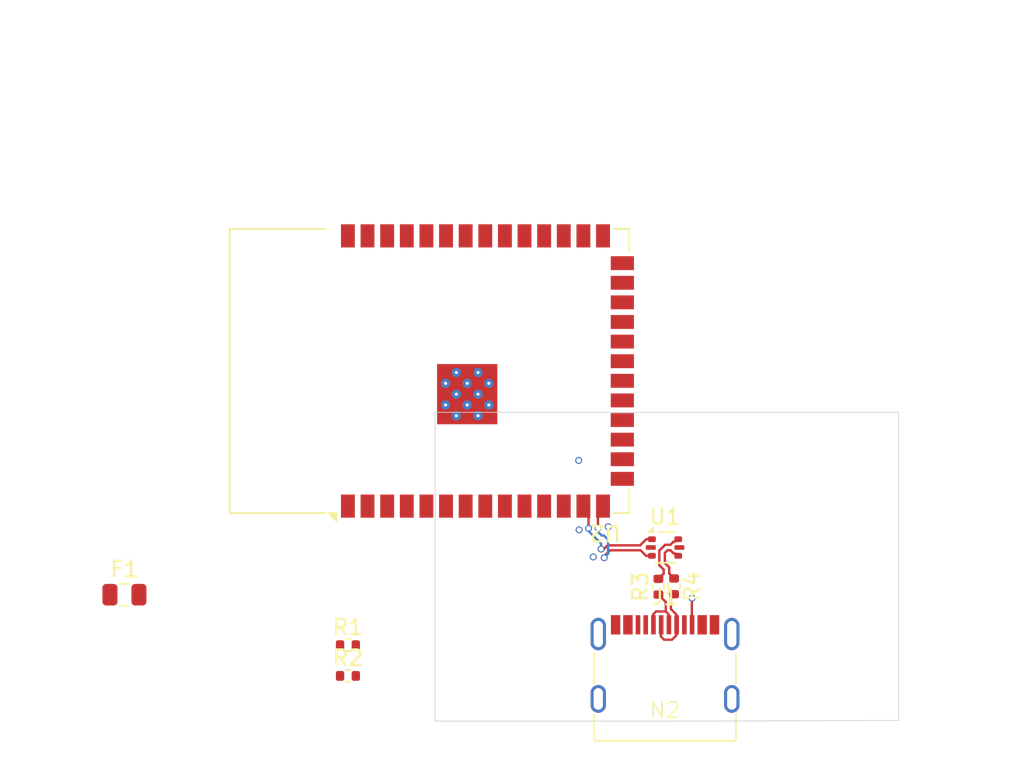
<source format=kicad_pcb>
(kicad_pcb (version 20240108) (generator "pcbnew") (generator_version "8.0")
  (layers (0 "F.Cu" signal) (1 "In1.Cu" signal) (2 "In2.Cu" signal) (31 "B.Cu" signal) (34 "B.Paste" user) (35 "F.Paste" user) (36 "B.SilkS" user "B.Silkscreen") (37 "F.SilkS" user "F.Silkscreen") (38 "B.Mask" user) (39 "F.Mask" user) (44 "Edge.Cuts" user))
  (net 0 "")
  (net 1 "Net-(F1-Pad2)")
  (net 2 "+5V")
  (net 3 "Net-(J1-D+-PadA6)")
  (net 4 "GND")
  (net 5 "Net-(J1-D--PadA7)")
  (net 6 "Net-(J1-CC1)")
  (net 9 "Net-(J1-CC2)")
  (net 10 "USB_D_N")
  (net 11 "USB_D_P")
  (net 12 "/D-")
  (net 13 "/D+")
  (net 15 "Net-(U2-GND-Pad1)")
  (footprint "Resistor_SMD:R_0402_1005Metric" (layer "F.Cu") (at 129.3622 114.427)
    (property "Reference" "R1" (at 0 -1.17 0) (layer "F.SilkS"))
    (property "Value" "5k1")
    (fp_line (start -0.153641 -0.38) (end 0.153641 -0.38) (stroke (width 0.12)) (layer "F.SilkS"))
    (fp_line (start -0.153641 0.38) (end 0.153641 0.38) (stroke (width 0.12)) (layer "F.SilkS"))
    (pad "1" smd roundrect (at -0.51 0) (size 0.54 0.64) (layers "F.Cu" "F.Paste" "F.Mask") (net 4 "GND"))
    (pad "2" smd roundrect (at 0.51 0) (size 0.54 0.64) (layers "F.Cu" "F.Paste" "F.Mask") (net 6 "Net-(J1-CC1)"))
  )
  (footprint "RF_Module:ESP32-S3-WROOM-1" (layer "F.Cu") (at 134.6208 96.6726 90)
    (property "Reference" "U2" (at -10.5 11.4 180) (layer "F.SilkS"))
    (property "Value" "ESP32-S3-WROOM-1")
    (fp_line (start 9.2 -12.9) (end 9.2 -6.7) (stroke (width 0.12)) (layer "F.SilkS"))
    (fp_line (start -9.2 -12.9) (end 9.2 -12.9) (stroke (width 0.12)) (layer "F.SilkS"))
    (fp_line (start -9.2 -12.9) (end -9.2 -6.7) (stroke (width 0.12)) (layer "F.SilkS"))
    (fp_line (start -9.199999 11.95) (end -9.2 12.95) (stroke (width 0.12)) (layer "F.SilkS"))
    (fp_line (start 9.2 12.95) (end 9.199999 11.95) (stroke (width 0.12)) (layer "F.SilkS"))
    (fp_line (start 9.2 12.95) (end 7.7 12.95) (stroke (width 0.12)) (layer "F.SilkS"))
    (fp_line (start -9.2 12.95) (end -7.7 12.95) (stroke (width 0.12)) (layer "F.SilkS"))
    (fp_poly (pts (xy -9.2 -6.025) (xy -9.7 -6.025) (xy -9.2 -6.525) (xy -9.2 -6.025)) (stroke (width 0.12)) (fill solid) (layer "F.SilkS"))
    (pad "1" smd rect (at -8.75 -5.26 90) (size 1.5 0.9) (layers "F.Cu" "F.Paste" "F.Mask") (net 15 "Net-(U2-GND-Pad1)"))
    (pad "2" smd rect (at -8.75 -3.99 90) (size 1.5 0.9) (layers "F.Cu" "F.Paste" "F.Mask"))
    (pad "3" smd rect (at -8.75 -2.72 90) (size 1.5 0.9) (layers "F.Cu" "F.Paste" "F.Mask"))
    (pad "4" smd rect (at -8.75 -1.45 90) (size 1.5 0.9) (layers "F.Cu" "F.Paste" "F.Mask"))
    (pad "5" smd rect (at -8.75 -0.18 90) (size 1.5 0.9) (layers "F.Cu" "F.Paste" "F.Mask"))
    (pad "6" smd rect (at -8.75 1.09 90) (size 1.5 0.9) (layers "F.Cu" "F.Paste" "F.Mask"))
    (pad "7" smd rect (at -8.75 2.36 90) (size 1.5 0.9) (layers "F.Cu" "F.Paste" "F.Mask"))
    (pad "8" smd rect (at -8.75 3.63 90) (size 1.5 0.9) (layers "F.Cu" "F.Paste" "F.Mask"))
    (pad "9" smd rect (at -8.75 4.9 90) (size 1.5 0.9) (layers "F.Cu" "F.Paste" "F.Mask"))
    (pad "10" smd rect (at -8.75 6.17 90) (size 1.5 0.9) (layers "F.Cu" "F.Paste" "F.Mask"))
    (pad "11" smd rect (at -8.75 7.44 90) (size 1.5 0.9) (layers "F.Cu" "F.Paste" "F.Mask"))
    (pad "12" smd rect (at -8.75 8.71 90) (size 1.5 0.9) (layers "F.Cu" "F.Paste" "F.Mask"))
    (pad "13" smd rect (at -8.75 9.98 90) (size 1.5 0.9) (layers "F.Cu" "F.Paste" "F.Mask") (net 10 "USB_D_N"))
    (pad "14" smd rect (at -8.75 11.25 270) (size 1.5 0.9) (layers "F.Cu" "F.Paste" "F.Mask") (net 11 "USB_D_P"))
    (pad "15" smd rect (at -6.985 12.5) (size 1.5 0.9) (layers "F.Cu" "F.Paste" "F.Mask"))
    (pad "16" smd rect (at -5.715 12.5) (size 1.5 0.9) (layers "F.Cu" "F.Paste" "F.Mask"))
    (pad "17" smd rect (at -4.445 12.5) (size 1.5 0.9) (layers "F.Cu" "F.Paste" "F.Mask"))
    (pad "18" smd rect (at -3.175 12.5) (size 1.5 0.9) (layers "F.Cu" "F.Paste" "F.Mask"))
    (pad "19" smd rect (at -1.905 12.5) (size 1.5 0.9) (layers "F.Cu" "F.Paste" "F.Mask"))
    (pad "20" smd rect (at -0.635 12.5) (size 1.5 0.9) (layers "F.Cu" "F.Paste" "F.Mask"))
    (pad "21" smd rect (at 0.635 12.5) (size 1.5 0.9) (layers "F.Cu" "F.Paste" "F.Mask"))
    (pad "22" smd rect (at 1.905 12.5) (size 1.5 0.9) (layers "F.Cu" "F.Paste" "F.Mask"))
    (pad "23" smd rect (at 3.175 12.5) (size 1.5 0.9) (layers "F.Cu" "F.Paste" "F.Mask"))
    (pad "24" smd rect (at 4.445 12.5) (size 1.5 0.9) (layers "F.Cu" "F.Paste" "F.Mask"))
    (pad "25" smd rect (at 5.715 12.5) (size 1.5 0.9) (layers "F.Cu" "F.Paste" "F.Mask"))
    (pad "26" smd rect (at 6.985 12.5) (size 1.5 0.9) (layers "F.Cu" "F.Paste" "F.Mask"))
    (pad "27" smd rect (at 8.75 11.25 90) (size 1.5 0.9) (layers "F.Cu" "F.Paste" "F.Mask"))
    (pad "28" smd rect (at 8.75 9.98 90) (size 1.5 0.9) (layers "F.Cu" "F.Paste" "F.Mask"))
    (pad "29" smd rect (at 8.75 8.71 90) (size 1.5 0.9) (layers "F.Cu" "F.Paste" "F.Mask"))
    (pad "30" smd rect (at 8.75 7.44 90) (size 1.5 0.9) (layers "F.Cu" "F.Paste" "F.Mask"))
    (pad "31" smd rect (at 8.75 6.17 90) (size 1.5 0.9) (layers "F.Cu" "F.Paste" "F.Mask"))
    (pad "32" smd rect (at 8.75 4.9 90) (size 1.5 0.9) (layers "F.Cu" "F.Paste" "F.Mask"))
    (pad "33" smd rect (at 8.75 3.63 90) (size 1.5 0.9) (layers "F.Cu" "F.Paste" "F.Mask"))
    (pad "34" smd rect (at 8.75 2.36 90) (size 1.5 0.9) (layers "F.Cu" "F.Paste" "F.Mask"))
    (pad "35" smd rect (at 8.75 1.09 90) (size 1.5 0.9) (layers "F.Cu" "F.Paste" "F.Mask"))
    (pad "36" smd rect (at 8.75 -0.18 90) (size 1.5 0.9) (layers "F.Cu" "F.Paste" "F.Mask"))
    (pad "37" smd rect (at 8.75 -1.45 90) (size 1.5 0.9) (layers "F.Cu" "F.Paste" "F.Mask"))
    (pad "38" smd rect (at 8.75 -2.72 90) (size 1.5 0.9) (layers "F.Cu" "F.Paste" "F.Mask"))
    (pad "39" smd rect (at 8.75 -3.99 90) (size 1.5 0.9) (layers "F.Cu" "F.Paste" "F.Mask"))
    (pad "40" smd rect (at 8.75 -5.26 90) (size 1.5 0.9) (layers "F.Cu" "F.Paste" "F.Mask") (net 15 "Net-(U2-GND-Pad1)"))
    (pad "41" thru_hole circle (at -2.9 1.76 180) (size 0.6 0.6) (drill 0.2) (property pad_prop_heatsink) (layers "*.Cu" "F.Mask") (net 15 "Net-(U2-GND-Pad1)"))
    (pad "41" thru_hole circle (at -2.9 3.16 90) (size 0.6 0.6) (drill 0.2) (property pad_prop_heatsink) (layers "*.Cu" "F.Mask") (net 15 "Net-(U2-GND-Pad1)"))
    (pad "41" thru_hole circle (at -2.2 1.06 90) (size 0.6 0.6) (drill 0.2) (property pad_prop_heatsink) (layers "*.Cu" "F.Mask") (net 15 "Net-(U2-GND-Pad1)"))
    (pad "41" thru_hole circle (at -2.2 2.46 90) (size 0.6 0.6) (drill 0.2) (property pad_prop_heatsink) (layers "*.Cu" "F.Mask") (net 15 "Net-(U2-GND-Pad1)"))
    (pad "41" thru_hole circle (at -2.2 3.86 90) (size 0.6 0.6) (drill 0.2) (property pad_prop_heatsink) (layers "*.Cu" "F.Mask") (net 15 "Net-(U2-GND-Pad1)"))
    (pad "41" thru_hole circle (at -1.5 1.76 90) (size 0.6 0.6) (drill 0.2) (property pad_prop_heatsink) (layers "*.Cu" "F.Mask") (net 15 "Net-(U2-GND-Pad1)"))
    (pad "41" smd rect (at -1.5 2.46) (size 3.9 3.9) (layers "F.Cu" "F.Mask") (net 15 "Net-(U2-GND-Pad1)"))
    (pad "41" thru_hole circle (at -1.5 3.16 90) (size 0.6 0.6) (drill 0.2) (property pad_prop_heatsink) (layers "*.Cu" "F.Mask") (net 15 "Net-(U2-GND-Pad1)"))
    (pad "41" thru_hole circle (at -0.8 1.06 90) (size 0.6 0.6) (drill 0.2) (property pad_prop_heatsink) (layers "*.Cu" "F.Mask") (net 15 "Net-(U2-GND-Pad1)"))
    (pad "41" thru_hole circle (at -0.8 2.46 90) (size 0.6 0.6) (drill 0.2) (property pad_prop_heatsink) (layers "*.Cu" "F.Mask") (net 15 "Net-(U2-GND-Pad1)"))
    (pad "41" thru_hole circle (at -0.8 3.86 90) (size 0.6 0.6) (drill 0.2) (property pad_prop_heatsink) (layers "*.Cu" "F.Mask") (net 15 "Net-(U2-GND-Pad1)"))
    (pad "41" thru_hole circle (at -0.1 1.76 90) (size 0.6 0.6) (drill 0.2) (property pad_prop_heatsink) (layers "*.Cu" "F.Mask") (net 15 "Net-(U2-GND-Pad1)"))
    (pad "41" thru_hole circle (at -0.1 3.16 90) (size 0.6 0.6) (drill 0.2) (property pad_prop_heatsink) (layers "*.Cu" "F.Mask") (net 15 "Net-(U2-GND-Pad1)"))
  )
  (footprint "Package_TO_SOT_SMD:SOT-666" (layer "F.Cu") (at 149.8854 108.1024)
    (property "Reference" "U1" (at 0 -2.000001 360) (layer "F.SilkS"))
    (property "Value" "USBLC6-2P6")
    (fp_line (start 0.65 -0.99) (end -0.4 -0.99) (stroke (width 0.12)) (layer "F.SilkS"))
    (fp_line (start 0.65 0.99) (end -0.65 0.99) (stroke (width 0.12)) (layer "F.SilkS"))
    (fp_poly (pts (xy -0.77 -0.99) (xy -1.05 -0.99) (xy -0.77 -1.27) (xy -0.77 -0.99)) (stroke (width 0.12)) (fill solid) (layer "F.SilkS"))
    (pad "1" smd roundrect (at -0.85 -0.5375) (size 0.5 0.375) (layers "F.Cu" "F.Paste" "F.Mask") (net 10 "USB_D_N"))
    (pad "2" smd roundrect (at -0.925 0) (size 0.65 0.3) (layers "F.Cu" "F.Paste" "F.Mask") (net 4 "GND"))
    (pad "3" smd roundrect (at -0.85 0.5375) (size 0.5 0.375) (layers "F.Cu" "F.Paste" "F.Mask") (net 11 "USB_D_P"))
    (pad "4" smd roundrect (at 0.85 0.5375) (size 0.5 0.375) (layers "F.Cu" "F.Paste" "F.Mask") (net 13 "/D+"))
    (pad "5" smd roundrect (at 0.925 0) (size 0.65 0.3) (layers "F.Cu" "F.Paste" "F.Mask") (net 2 "+5V"))
    (pad "6" smd roundrect (at 0.85 -0.5375) (size 0.5 0.375) (layers "F.Cu" "F.Paste" "F.Mask") (net 12 "/D-"))
  )
  (footprint "Connector_USB:USB_C_Receptacle_G-Switch_GT-USB-7010ASV" (layer "F.Cu") (at 149.8834 116.8318)
    (property "Reference" "J1" (at 0 -5.5 0) (layer "F.SilkS"))
    (property "Value" "USB_C_Receptacle")
    (fp_line (start -4.58 -1.85) (end -4.58 0.07) (stroke (width 0.12)) (layer "F.SilkS"))
    (fp_line (start -4.58 3.785) (end -4.58 2.08) (stroke (width 0.12)) (layer "F.SilkS"))
    (fp_line (start 4.58 0.07) (end 4.58 -1.85) (stroke (width 0.12)) (layer "F.SilkS"))
    (fp_line (start 4.58 2.08) (end 4.58 3.785) (stroke (width 0.12)) (layer "F.SilkS"))
    (fp_line (start 4.58 3.785) (end -4.58 3.785) (stroke (width 0.12)) (layer "F.SilkS"))
    (pad "" np_thru_hole circle (at -2.89 -2.605) (size 0.65 0.65) (drill 0.65) (layers "*.Cu" "*.Mask"))
    (pad "" np_thru_hole circle (at 2.89 -2.605) (size 0.65 0.65) (drill 0.65) (layers "*.Cu" "*.Mask"))
    (pad "A1" smd rect (at -3.2 -3.725) (size 0.6 1.24) (layers "F.Cu" "F.Paste" "F.Mask") (net 4 "GND"))
    (pad "A4" smd rect (at -2.4 -3.725) (size 0.6 1.24) (layers "F.Cu" "F.Paste" "F.Mask") (net 1 "Net-(F1-Pad2)"))
    (pad "A5" smd rect (at -1.25 -3.725) (size 0.3 1.24) (layers "F.Cu" "F.Paste" "F.Mask") (net 6 "Net-(J1-CC1)"))
    (pad "A6" smd rect (at -0.25 -3.725) (size 0.3 1.24) (layers "F.Cu" "F.Paste" "F.Mask") (net 3 "Net-(J1-D+-PadA6)"))
    (pad "A7" smd rect (at 0.25 -3.725) (size 0.3 1.24) (layers "F.Cu" "F.Paste" "F.Mask") (net 5 "Net-(J1-D--PadA7)"))
    (pad "A8" smd rect (at 1.25 -3.725) (size 0.3 1.24) (layers "F.Cu" "F.Paste" "F.Mask"))
    (pad "A9" smd rect (at 2.4 -3.725) (size 0.6 1.24) (layers "F.Cu" "F.Paste" "F.Mask") (net 1 "Net-(F1-Pad2)"))
    (pad "A12" smd rect (at 3.2 -3.725) (size 0.6 1.24) (layers "F.Cu" "F.Paste" "F.Mask") (net 4 "GND"))
    (pad "B1" smd rect (at 3.2 -3.725) (size 0.6 1.24) (layers "F.Cu" "F.Paste" "F.Mask") (net 4 "GND"))
    (pad "B4" smd rect (at 2.4 -3.725) (size 0.6 1.24) (layers "F.Cu" "F.Paste" "F.Mask") (net 1 "Net-(F1-Pad2)"))
    (pad "B5" smd rect (at 1.75 -3.725) (size 0.3 1.24) (layers "F.Cu" "F.Paste" "F.Mask") (net 9 "Net-(J1-CC2)"))
    (pad "B6" smd rect (at 0.75 -3.725) (size 0.3 1.24) (layers "F.Cu" "F.Paste" "F.Mask") (net 3 "Net-(J1-D+-PadA6)"))
    (pad "B7" smd rect (at -0.75 -3.725) (size 0.3 1.24) (layers "F.Cu" "F.Paste" "F.Mask") (net 5 "Net-(J1-D--PadA7)"))
    (pad "B8" smd rect (at -1.75 -3.725) (size 0.3 1.24) (layers "F.Cu" "F.Paste" "F.Mask"))
    (pad "B9" smd rect (at -2.4 -3.725) (size 0.6 1.24) (layers "F.Cu" "F.Paste" "F.Mask") (net 1 "Net-(F1-Pad2)"))
    (pad "B12" smd rect (at -3.2 -3.725) (size 0.6 1.24) (layers "F.Cu" "F.Paste" "F.Mask") (net 4 "GND"))
    (pad "S1" thru_hole oval (at -4.32 -3.125) (size 1 2.1) (drill oval 0.6 1.7) (layers "*.Cu" "*.Mask") (net 4 "GND"))
    (pad "S1" thru_hole oval (at -4.32 1.075) (size 1 1.8) (drill oval 0.6 1.4) (layers "*.Cu" "*.Mask") (net 4 "GND"))
    (pad "S1" thru_hole oval (at 4.32 -3.125) (size 1 2.1) (drill oval 0.6 1.7) (layers "*.Cu" "*.Mask") (net 4 "GND"))
    (pad "S1" thru_hole oval (at 4.32 1.075) (size 1 1.8) (drill oval 0.6 1.4) (layers "*.Cu" "*.Mask") (net 4 "GND"))
  )
  (footprint "Fuse:Fuse_0805_2012Metric" (layer "F.Cu") (at 114.8988 111.1594)
    (property "Reference" "F1" (at 0 -1.65 0) (layer "F.SilkS"))
    (property "Value" "500mA")
    (fp_line (start -0.258578 -0.71) (end 0.258578 -0.71) (stroke (width 0.12)) (layer "F.SilkS"))
    (fp_line (start -0.258578 0.71) (end 0.258578 0.71) (stroke (width 0.12)) (layer "F.SilkS"))
    (pad "1" smd roundrect (at -0.9375 0) (size 0.975 1.4) (layers "F.Cu" "F.Paste" "F.Mask") (net 2 "+5V"))
    (pad "2" smd roundrect (at 0.9375 0) (size 0.975 1.4) (layers "F.Cu" "F.Paste" "F.Mask") (net 1 "Net-(F1-Pad2)"))
  )
  (footprint "Resistor_SMD:R_0402_1005Metric" (layer "F.Cu") (at 129.3622 116.417)
    (property "Reference" "R2" (at 0 -1.17 0) (layer "F.SilkS"))
    (property "Value" "5k1")
    (fp_line (start -0.153641 -0.38) (end 0.153641 -0.38) (stroke (width 0.12)) (layer "F.SilkS"))
    (fp_line (start -0.153641 0.38) (end 0.153641 0.38) (stroke (width 0.12)) (layer "F.SilkS"))
    (pad "1" smd roundrect (at -0.51 0) (size 0.54 0.64) (layers "F.Cu" "F.Paste" "F.Mask") (net 4 "GND"))
    (pad "2" smd roundrect (at 0.51 0) (size 0.54 0.64) (layers "F.Cu" "F.Paste" "F.Mask") (net 9 "Net-(J1-CC2)"))
  )
  (footprint "Resistor_SMD:R_0402_1005Metric" (layer "F.Cu") (at 150.4696 110.617 -90)
    (property "Reference" "R4" (at 0 -1.17 90) (layer "F.SilkS"))
    (property "Value" "22")
    (fp_line (start -0.153641 0.38) (end 0.153641 0.38) (stroke (width 0.12)) (layer "F.SilkS"))
    (fp_line (start -0.153641 -0.38) (end 0.153641 -0.38) (stroke (width 0.12)) (layer "F.SilkS"))
    (pad "1" smd roundrect (at -0.509999 0 270) (size 0.54 0.64) (layers "F.Cu" "F.Paste" "F.Mask") (net 13 "/D+"))
    (pad "2" smd roundrect (at 0.509999 0 270) (size 0.54 0.64) (layers "F.Cu" "F.Paste" "F.Mask") (net 3 "Net-(J1-D+-PadA6)"))
  )
  (footprint "Resistor_SMD:R_0402_1005Metric" (layer "F.Cu") (at 149.4536 110.6424 90)
    (property "Reference" "R3" (at 0 -1.17 90) (layer "F.SilkS"))
    (property "Value" "22")
    (fp_line (start -0.153641 -0.38) (end 0.153641 -0.38) (stroke (width 0.12)) (layer "F.SilkS"))
    (fp_line (start -0.153641 0.38) (end 0.153641 0.38) (stroke (width 0.12)) (layer "F.SilkS"))
    (pad "1" smd roundrect (at -0.509999 0 90) (size 0.54 0.64) (layers "F.Cu" "F.Paste" "F.Mask") (net 5 "Net-(J1-D--PadA7)"))
    (pad "2" smd roundrect (at 0.509999 0 90) (size 0.54 0.64) (layers "F.Cu" "F.Paste" "F.Mask") (net 12 "/D-"))
  )
  (gr_line (start 150 119.35) (end 135 119.35) (stroke (width 0.05)) (layer "Edge.Cuts"))
  (gr_line (start 135 119.35) (end 135 99.35) (stroke (width 0.05)) (layer "Edge.Cuts"))
  (gr_line (start 150 119.35) (end 165 119.3) (stroke (width 0.05)) (layer "Edge.Cuts"))
  (gr_line (start 165 99.35) (end 165 119.3) (stroke (width 0.05)) (layer "Edge.Cuts"))
  (gr_line (start 135 99.35) (end 165 99.35) (stroke (width 0.05)) (layer "Edge.Cuts"))
  (gr_text "N2" (at 149.88 118.64 0) (layer "F.SilkS") (effects (font (size 1 1) (thickness 0.1))))
  (segment (start 150.62 113.15) (end 150.62 112.4438) (width 0.15) (layer "F.Cu") (net 3))
  (segment (start 150.2664 111.330199) (end 150.4696 111.126999) (width 0.15) (layer "F.Cu") (net 3))
  (segment (start 150.2664 112.0902) (end 150.2664 111.330199) (width 0.15) (layer "F.Cu") (net 3))
  (segment (start 150.3386 114.0714) (end 150.62 113.79) (width 0.15) (layer "F.Cu") (net 3))
  (segment (start 149.62 113.87) (end 149.8214 114.0714) (width 0.15) (layer "F.Cu") (net 3))
  (segment (start 150.62 113.79) (end 150.62 113.15) (width 0.15) (layer "F.Cu") (net 3))
  (segment (start 149.8214 114.0714) (end 150.3386 114.0714) (width 0.15) (layer "F.Cu") (net 3))
  (segment (start 149.62 113.15) (end 149.62 113.87) (width 0.15) (layer "F.Cu") (net 3))
  (segment (start 150.62 112.4438) (end 150.2664 112.0902) (width 0.15) (layer "F.Cu") (net 3))
  (via (at 144.3228 106.9594) (size 0.45) (drill 0.3) (layers "F.Cu" "B.Cu") (net 4))
  (via (at 144.2974 102.4636) (size 0.45) (drill 0.3) (layers "F.Cu" "B.Cu") (net 4))
  (via (at 146.204866 106.7562) (size 0.45) (drill 0.3) (layers "F.Cu" "B.Cu") (net 4))
  (via (at 145.2372 108.712) (size 0.45) (drill 0.3) (layers "F.Cu" "B.Cu") (net 4))
  (segment (start 149.9326 112.2426) (end 150.12 112.43) (width 0.15) (layer "F.Cu") (net 5))
  (segment (start 149.12 112.43) (end 149.3074 112.2426) (width 0.15) (layer "F.Cu") (net 5))
  (segment (start 149.9326 111.6294) (end 149.9326 112.2426) (width 0.15) (layer "F.Cu") (net 5))
  (segment (start 150.12 112.43) (end 150.12 113.15) (width 0.15) (layer "F.Cu") (net 5))
  (segment (start 149.12 113.15) (end 149.12 112.43) (width 0.15) (layer "F.Cu") (net 5))
  (segment (start 149.455599 111.152399) (end 149.9326 111.6294) (width 0.15) (layer "F.Cu") (net 5))
  (segment (start 149.3074 112.2426) (end 149.9326 112.2426) (width 0.15) (layer "F.Cu") (net 5))
  (segment (start 149.4536 111.152399) (end 149.455599 111.152399) (width 0.15) (layer "F.Cu") (net 5))
  (segment (start 151.62 113.15) (end 151.62 111.397) (width 0.15) (layer "F.Cu") (net 9))
  (segment (start 151.62 111.397) (end 151.638 111.379) (width 0.15) (layer "F.Cu") (net 9))
  (via (at 151.638 111.379) (size 0.45) (drill 0.3) (layers "F.Cu" "B.Cu") (net 9))
  (segment (start 144.9324 105.7556) (end 144.6008 105.424) (width 0.155) (layer "F.Cu") (net 10))
  (segment (start 144.9324 106.8578) (end 144.9324 105.7556) (width 0.155) (layer "F.Cu") (net 10))
  (segment (start 145.743353 108.198921) (end 145.928079 108.198921) (width 0.155) (layer "F.Cu") (net 10))
  (segment (start 146.1643 107.9627) (end 148.2725 107.9627) (width 0.155) (layer "F.Cu") (net 10))
  (segment (start 145.928079 108.198921) (end 146.1643 107.9627) (width 0.155) (layer "F.Cu") (net 10))
  (segment (start 148.2725 107.9627) (end 148.6703 107.5649) (width 0.155) (layer "F.Cu") (net 10))
  (segment (start 148.6703 107.5649) (end 149.0354 107.5649) (width 0.155) (layer "F.Cu") (net 10))
  (via (at 144.9324 106.8578) (size 0.45) (drill 0.3) (layers "F.Cu" "B.Cu") (net 10))
  (via (at 145.743353 108.198921) (size 0.45) (drill 0.3) (layers "F.Cu" "B.Cu") (net 10))
  (segment (start 145.743353 108.198921) (end 145.743353 107.846553) (width 0.155) (layer "B.Cu") (net 10))
  (segment (start 145.743353 107.846553) (end 144.9324 107.0356) (width 0.155) (layer "B.Cu") (net 10))
  (segment (start 144.9324 107.0356) (end 144.9324 106.8578) (width 0.155) (layer "B.Cu") (net 10))
  (segment (start 145.542 106.8324) (end 145.542 105.7514) (width 0.155) (layer "F.Cu") (net 11))
  (segment (start 145.9484 108.6612) (end 145.9484 108.7628) (width 0.155) (layer "F.Cu") (net 11))
  (segment (start 145.542 105.7514) (end 145.8708 105.4226) (width 0.155) (layer "F.Cu") (net 11))
  (segment (start 149.0354 108.6399) (end 148.660399 108.6399) (width 0.155) (layer "F.Cu") (net 11))
  (segment (start 146.3282 108.2814) (end 145.9484 108.6612) (width 0.155) (layer "F.Cu") (net 11))
  (segment (start 148.660399 108.6399) (end 148.301899 108.2814) (width 0.155) (layer "F.Cu") (net 11))
  (segment (start 148.301899 108.2814) (end 146.3282 108.2814) (width 0.155) (layer "F.Cu") (net 11))
  (via (at 145.542 106.8324) (size 0.45) (drill 0.3) (layers "F.Cu" "B.Cu") (net 11))
  (via (at 145.9484 108.7628) (size 0.45) (drill 0.3) (layers "F.Cu" "B.Cu") (net 11))
  (segment (start 146.1977 107.600577) (end 145.920523 107.3234) (width 0.155) (layer "B.Cu") (net 11))
  (segment (start 145.920523 107.3234) (end 145.779 107.3234) (width 0.155) (layer "B.Cu") (net 11))
  (segment (start 145.542 107.0864) (end 145.542 106.8324) (width 0.155) (layer "B.Cu") (net 11))
  (segment (start 146.1977 108.5135) (end 146.1977 107.600577) (width 0.155) (layer "B.Cu") (net 11))
  (segment (start 145.779 107.3234) (end 145.542 107.0864) (width 0.155) (layer "B.Cu") (net 11))
  (segment (start 145.9484 108.7628) (end 146.1977 108.5135) (width 0.155) (layer "B.Cu") (net 11))
  (segment (start 150.5129 107.7249) (end 150.6729 107.5649) (width 0.155) (layer "F.Cu") (net 12))
  (segment (start 150.433022 107.7249) (end 150.5129 107.7249) (width 0.155) (layer "F.Cu") (net 12))
  (segment (start 150.6729 107.5649) (end 150.7354 107.5649) (width 0.155) (layer "F.Cu") (net 12))
  (segment (start 150.234522 107.9234) (end 150.433022 107.7249) (width 0.155) (layer "F.Cu") (net 12))
  (segment (start 149.795299 109.790702) (end 149.795299 109.535445) (width 0.155) (layer "F.Cu") (net 12))
  (segment (start 149.5129 108.306375) (end 149.895875 107.9234) (width 0.155) (layer "F.Cu") (net 12))
  (segment (start 149.5129 109.253046) (end 149.5129 108.306375) (width 0.155) (layer "F.Cu") (net 12))
  (segment (start 149.895875 107.9234) (end 150.234522 107.9234) (width 0.155) (layer "F.Cu") (net 12))
  (segment (start 149.4536 110.132401) (end 149.795299 109.790702) (width 0.155) (layer "F.Cu") (net 12))
  (segment (start 149.795299 109.535445) (end 149.5129 109.253046) (width 0.155) (layer "F.Cu") (net 12))
  (segment (start 149.8709 108.454667) (end 150.044167 108.2814) (width 0.155) (layer "F.Cu") (net 13))
  (segment (start 150.4696 110.107001) (end 150.153301 109.790702) (width 0.155) (layer "F.Cu") (net 13))
  (segment (start 150.153301 109.387155) (end 149.8709 109.104754) (width 0.155) (layer "F.Cu") (net 13))
  (segment (start 150.044167 108.2814) (end 150.234522 108.2814) (width 0.155) (layer "F.Cu") (net 13))
  (segment (start 150.5129 108.4799) (end 150.6729 108.6399) (width 0.155) (layer "F.Cu") (net 13))
  (segment (start 149.8709 109.104754) (end 149.8709 108.454667) (width 0.155) (layer "F.Cu") (net 13))
  (segment (start 150.234522 108.2814) (end 150.433022 108.4799) (width 0.155) (layer "F.Cu") (net 13))
  (segment (start 150.153301 109.790702) (end 150.153301 109.387155) (width 0.155) (layer "F.Cu") (net 13))
  (segment (start 150.433022 108.4799) (end 150.5129 108.4799) (width 0.155) (layer "F.Cu") (net 13))
  (segment (start 150.6729 108.6399) (end 150.7354 108.6399) (width 0.155) (layer "F.Cu") (net 13))
)
</source>
